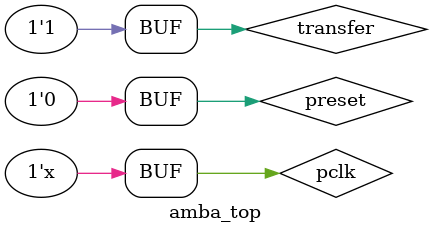
<source format=sv>
`include "amba_header.svh"
module amba_top;

	bit pclk,preset,transfer;

	always #5 pclk++;

	initial
	begin
		preset = 1'b1;
		transfer = 1'b0;
		#100 preset = 1'b0;
		transfer = 1'b1;
	end

	intf dutintf(pclk,preset,transfer);

	amba_apb apb
		(
			.pclk(pclk),
			.preset(preset),
			.transfer(transfer),
			.mpwrite(dutintf.mpwrite),
			.apb_write_paddr(dutintf.apb_write_paddr),
			.apb_write_data(dutintf.apb_write_data),
			.apb_read_paddr(dutintf.apb_read_paddr),
			.prdata(dutintf.prdata),
			.apb_read_data_out(dutintf.apb_read_data_out),
			.psel(dutintf.psel),
			.penable(dutintf.penable)
		);


	Probe_Intf probeIntf
		(
		 .pclk(pclk),
		 .preset(preset),
		 .psel(apb.slave.psel),
		 .penable(apb.slave.penable),
		 .pwrite(apb.slave.pwrite),
		 .paddr(apb.slave.paddr),
		 .pwdata(apb.slave.pwdata),
		 .pready(apb.slave.pready),
		 .prdata(apb.slave.prdata)
		);


	amba_test t1(probeIntf,dutintf);

endmodule
</source>
